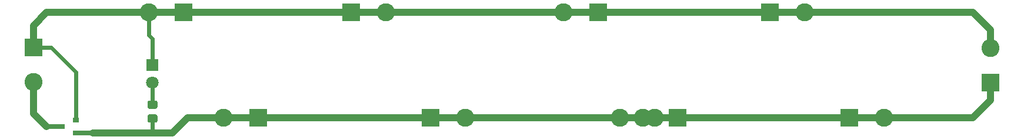
<source format=gbr>
%TF.GenerationSoftware,KiCad,Pcbnew,(5.1.8)-1*%
%TF.CreationDate,2024-08-14T23:48:38+03:00*%
%TF.ProjectId,PwrBus,50777242-7573-42e6-9b69-6361645f7063,rev?*%
%TF.SameCoordinates,Original*%
%TF.FileFunction,Copper,L2,Bot*%
%TF.FilePolarity,Positive*%
%FSLAX46Y46*%
G04 Gerber Fmt 4.6, Leading zero omitted, Abs format (unit mm)*
G04 Created by KiCad (PCBNEW (5.1.8)-1) date 2024-08-14 23:48:38*
%MOMM*%
%LPD*%
G01*
G04 APERTURE LIST*
%TA.AperFunction,ComponentPad*%
%ADD10C,1.800000*%
%TD*%
%TA.AperFunction,ComponentPad*%
%ADD11R,1.800000X1.800000*%
%TD*%
%TA.AperFunction,ComponentPad*%
%ADD12C,2.600000*%
%TD*%
%TA.AperFunction,ComponentPad*%
%ADD13R,2.600000X2.600000*%
%TD*%
%TA.AperFunction,SMDPad,CuDef*%
%ADD14R,0.900000X0.800000*%
%TD*%
%TA.AperFunction,ViaPad*%
%ADD15C,2.600000*%
%TD*%
%TA.AperFunction,Conductor*%
%ADD16C,1.000000*%
%TD*%
%TA.AperFunction,Conductor*%
%ADD17C,0.700000*%
%TD*%
%TA.AperFunction,Conductor*%
%ADD18C,0.600000*%
%TD*%
G04 APERTURE END LIST*
%TO.P,R1,2*%
%TO.N,Net-(D1-Pad2)*%
%TA.AperFunction,SMDPad,CuDef*%
G36*
G01*
X36010001Y-31715000D02*
X35109999Y-31715000D01*
G75*
G02*
X34860000Y-31465001I0J249999D01*
G01*
X34860000Y-30764999D01*
G75*
G02*
X35109999Y-30515000I249999J0D01*
G01*
X36010001Y-30515000D01*
G75*
G02*
X36260000Y-30764999I0J-249999D01*
G01*
X36260000Y-31465001D01*
G75*
G02*
X36010001Y-31715000I-249999J0D01*
G01*
G37*
%TD.AperFunction*%
%TO.P,R1,1*%
%TO.N,VCC*%
%TA.AperFunction,SMDPad,CuDef*%
G36*
G01*
X36010001Y-33715000D02*
X35109999Y-33715000D01*
G75*
G02*
X34860000Y-33465001I0J249999D01*
G01*
X34860000Y-32764999D01*
G75*
G02*
X35109999Y-32515000I249999J0D01*
G01*
X36010001Y-32515000D01*
G75*
G02*
X36260000Y-32764999I0J-249999D01*
G01*
X36260000Y-33465001D01*
G75*
G02*
X36010001Y-33715000I-249999J0D01*
G01*
G37*
%TD.AperFunction*%
%TD*%
D10*
%TO.P,D1,2*%
%TO.N,Net-(D1-Pad2)*%
X35560000Y-27940000D03*
D11*
%TO.P,D1,1*%
%TO.N,GND*%
X35560000Y-25400000D03*
%TD*%
D12*
%TO.P,J10,2*%
%TO.N,GND*%
X156210000Y-22940000D03*
D13*
%TO.P,J10,1*%
%TO.N,VCC*%
X156210000Y-27940000D03*
%TD*%
D12*
%TO.P,J9,2*%
%TO.N,GND*%
X129460000Y-17780000D03*
D13*
%TO.P,J9,1*%
X124460000Y-17780000D03*
%TD*%
D12*
%TO.P,J8,2*%
%TO.N,VCC*%
X140890000Y-33020000D03*
D13*
%TO.P,J8,1*%
X135890000Y-33020000D03*
%TD*%
D14*
%TO.P,Q1,3*%
%TO.N,Net-(J1-Pad2)*%
X22495000Y-34290000D03*
%TO.P,Q1,2*%
%TO.N,VCC*%
X24495000Y-35240000D03*
%TO.P,Q1,1*%
%TO.N,GND*%
X24495000Y-33340000D03*
%TD*%
D12*
%TO.P,J7,2*%
%TO.N,GND*%
X94695000Y-17780000D03*
D13*
%TO.P,J7,1*%
X99695000Y-17780000D03*
%TD*%
D12*
%TO.P,J6,2*%
%TO.N,VCC*%
X106125000Y-33020000D03*
D13*
%TO.P,J6,1*%
X111125000Y-33020000D03*
%TD*%
D12*
%TO.P,J5,2*%
%TO.N,GND*%
X69135000Y-17780000D03*
D13*
%TO.P,J5,1*%
X64135000Y-17780000D03*
%TD*%
D12*
%TO.P,J4,2*%
%TO.N,VCC*%
X80565000Y-33020000D03*
D13*
%TO.P,J4,1*%
X75565000Y-33020000D03*
%TD*%
D12*
%TO.P,J3,2*%
%TO.N,GND*%
X35005000Y-17780000D03*
D13*
%TO.P,J3,1*%
X40005000Y-17780000D03*
%TD*%
D12*
%TO.P,J2,2*%
%TO.N,VCC*%
X45800000Y-33020000D03*
D13*
%TO.P,J2,1*%
X50800000Y-33020000D03*
%TD*%
D12*
%TO.P,J1,2*%
%TO.N,Net-(J1-Pad2)*%
X18415000Y-27860000D03*
D13*
%TO.P,J1,1*%
%TO.N,GND*%
X18415000Y-22860000D03*
%TD*%
D15*
%TO.N,VCC*%
X102870000Y-33020000D03*
X107870000Y-33020000D03*
%TD*%
D16*
%TO.N,VCC*%
X74930000Y-33020000D02*
X102870000Y-33020000D01*
X156210000Y-30480000D02*
X156210000Y-27940000D01*
X153670000Y-33020000D02*
X156210000Y-30480000D01*
X110570000Y-33020000D02*
X153670000Y-33020000D01*
D17*
X26990000Y-35240000D02*
X24495000Y-35240000D01*
D16*
X40640000Y-33020000D02*
X74930000Y-33020000D01*
X38420000Y-35240000D02*
X40640000Y-33020000D01*
D18*
X35557500Y-35240000D02*
X35557500Y-33117500D01*
D16*
X26990000Y-35240000D02*
X36827500Y-35240000D01*
X36827500Y-35240000D02*
X38420000Y-35240000D01*
X102870000Y-33020000D02*
X109220000Y-33020000D01*
X109220000Y-33020000D02*
X110490000Y-33020000D01*
%TO.N,GND*%
X156210000Y-20320000D02*
X156210000Y-22940000D01*
X153670000Y-17780000D02*
X156210000Y-20320000D01*
X39450000Y-17780000D02*
X153670000Y-17780000D01*
X39450000Y-17780000D02*
X20320000Y-17780000D01*
X18415000Y-19685000D02*
X18415000Y-22860000D01*
X20320000Y-17780000D02*
X18415000Y-19685000D01*
D18*
X24495000Y-26400000D02*
X24495000Y-33340000D01*
X20955000Y-22860000D02*
X24495000Y-26400000D01*
X35560000Y-25400000D02*
X35560000Y-21590000D01*
X35005000Y-21035000D02*
X35560000Y-21590000D01*
X35005000Y-17780000D02*
X35005000Y-21035000D01*
X20955000Y-22860000D02*
X18415000Y-22860000D01*
D17*
%TO.N,Net-(J1-Pad2)*%
X22495000Y-34290000D02*
X20320000Y-34290000D01*
D16*
X18415000Y-32385000D02*
X18415000Y-27860000D01*
X20320000Y-34290000D02*
X18415000Y-32385000D01*
D18*
%TO.N,Net-(D1-Pad2)*%
X35560000Y-27940000D02*
X35560000Y-31115000D01*
%TD*%
M02*

</source>
